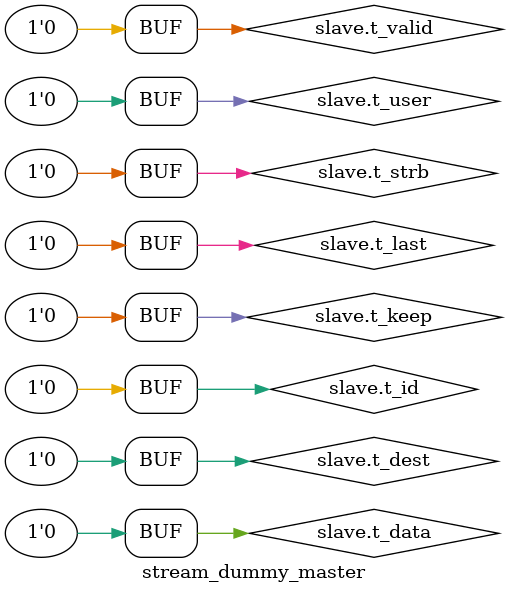
<source format=sv>
/*
 * Copyright (c) 2018, Gary Guo
 * All rights reserved.
 *
 * Redistribution and use in source and binary forms, with or without
 * modification, are permitted provided that the following conditions are met:
 *
 *  * Redistributions of source code must retain the above copyright notice,
 *    this list of conditions and the following disclaimer.
 *  * Redistributions in binary form must reproduce the above copyright
 *    notice, this list of conditions and the following disclaimer in the
 *    documentation and/or other materials provided with the distribution.
 *
 * THIS SOFTWARE IS PROVIDED BY THE AUTHOR AND CONTRIBUTORS ``AS IS'' AND ANY
 * EXPRESS OR IMPLIED WARRANTIES, INCLUDING, BUT NOT LIMITED TO, THE IMPLIED
 * WARRANTIES OF MERCHANTABILITY AND FITNESS FOR A PARTICULAR PURPOSE ARE
 * DISCLAIMED. IN NO EVENT SHALL THE AUTHOR OR CONTRIBUTORS BE LIABLE FOR ANY
 * DIRECT, INDIRECT, INCIDENTAL, SPECIAL, EXEMPLARY, OR CONSEQUENTIAL DAMAGES
 * (INCLUDING, BUT NOT LIMITED TO, PROCUREMENT OF SUBSTITUTE GOODS OR
 * SERVICES; LOSS OF USE, DATA, OR PROFITS; OR BUSINESS INTERRUPTION) HOWEVER
 * CAUSED AND ON ANY THEORY OF LIABILITY, WHETHER IN CONTRACT, STRICT
 * LIABILITY, OR TORT (INCLUDING NEGLIGENCE OR OTHERWISE) ARISING IN ANY WAY
 * OUT OF THE USE OF THIS SOFTWARE, EVEN IF ADVISED OF THE POSSIBILITY OF SUCH
 * DAMAGE.
 */

// A dummy AXI-Stream master device that never sends words. Useful for prototyping.
module stream_dummy_master (
    stream_channel.master slave
);

    assign slave.t_id    = '0;
    assign slave.t_dest  = '0;
    assign slave.t_data  = '0;
    assign slave.t_strb  = '0;
    assign slave.t_keep  = '0;
    assign slave.t_last  = 1'b0;
    assign slave.t_user  = '0;
    assign slave.t_valid = 1'b0;

endmodule

</source>
